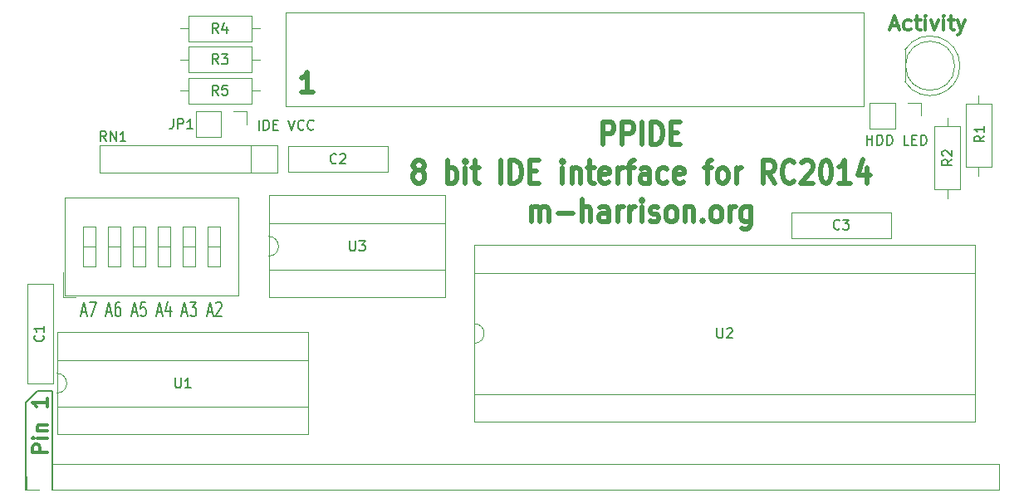
<source format=gto>
G04 #@! TF.FileFunction,Legend,Top*
%FSLAX46Y46*%
G04 Gerber Fmt 4.6, Leading zero omitted, Abs format (unit mm)*
G04 Created by KiCad (PCBNEW 4.0.5) date 09/23/17 21:45:55*
%MOMM*%
%LPD*%
G01*
G04 APERTURE LIST*
%ADD10C,0.100000*%
%ADD11C,0.150000*%
%ADD12C,0.500000*%
%ADD13C,0.200000*%
%ADD14C,0.300000*%
%ADD15C,0.120000*%
G04 APERTURE END LIST*
D10*
D11*
X239927190Y-117927381D02*
X239927190Y-116927381D01*
X239927190Y-117403571D02*
X240498619Y-117403571D01*
X240498619Y-117927381D02*
X240498619Y-116927381D01*
X240974809Y-117927381D02*
X240974809Y-116927381D01*
X241212904Y-116927381D01*
X241355762Y-116975000D01*
X241451000Y-117070238D01*
X241498619Y-117165476D01*
X241546238Y-117355952D01*
X241546238Y-117498810D01*
X241498619Y-117689286D01*
X241451000Y-117784524D01*
X241355762Y-117879762D01*
X241212904Y-117927381D01*
X240974809Y-117927381D01*
X241974809Y-117927381D02*
X241974809Y-116927381D01*
X242212904Y-116927381D01*
X242355762Y-116975000D01*
X242451000Y-117070238D01*
X242498619Y-117165476D01*
X242546238Y-117355952D01*
X242546238Y-117498810D01*
X242498619Y-117689286D01*
X242451000Y-117784524D01*
X242355762Y-117879762D01*
X242212904Y-117927381D01*
X241974809Y-117927381D01*
X244212905Y-117927381D02*
X243736714Y-117927381D01*
X243736714Y-116927381D01*
X244546238Y-117403571D02*
X244879572Y-117403571D01*
X245022429Y-117927381D02*
X244546238Y-117927381D01*
X244546238Y-116927381D01*
X245022429Y-116927381D01*
X245451000Y-117927381D02*
X245451000Y-116927381D01*
X245689095Y-116927381D01*
X245831953Y-116975000D01*
X245927191Y-117070238D01*
X245974810Y-117165476D01*
X246022429Y-117355952D01*
X246022429Y-117498810D01*
X245974810Y-117689286D01*
X245927191Y-117784524D01*
X245831953Y-117879762D01*
X245689095Y-117927381D01*
X245451000Y-117927381D01*
D12*
X213011238Y-117867476D02*
X213011238Y-115567476D01*
X213773143Y-115567476D01*
X213963619Y-115677000D01*
X214058858Y-115786524D01*
X214154096Y-116005571D01*
X214154096Y-116334143D01*
X214058858Y-116553190D01*
X213963619Y-116662714D01*
X213773143Y-116772238D01*
X213011238Y-116772238D01*
X215011238Y-117867476D02*
X215011238Y-115567476D01*
X215773143Y-115567476D01*
X215963619Y-115677000D01*
X216058858Y-115786524D01*
X216154096Y-116005571D01*
X216154096Y-116334143D01*
X216058858Y-116553190D01*
X215963619Y-116662714D01*
X215773143Y-116772238D01*
X215011238Y-116772238D01*
X217011238Y-117867476D02*
X217011238Y-115567476D01*
X217963619Y-117867476D02*
X217963619Y-115567476D01*
X218439810Y-115567476D01*
X218725524Y-115677000D01*
X218916000Y-115896048D01*
X219011239Y-116115095D01*
X219106477Y-116553190D01*
X219106477Y-116881762D01*
X219011239Y-117319857D01*
X218916000Y-117538905D01*
X218725524Y-117757952D01*
X218439810Y-117867476D01*
X217963619Y-117867476D01*
X219963619Y-116662714D02*
X220630286Y-116662714D01*
X220916000Y-117867476D02*
X219963619Y-117867476D01*
X219963619Y-115567476D01*
X220916000Y-115567476D01*
X194058856Y-120503190D02*
X193868380Y-120393667D01*
X193773141Y-120284143D01*
X193677903Y-120065095D01*
X193677903Y-119955571D01*
X193773141Y-119736524D01*
X193868380Y-119627000D01*
X194058856Y-119517476D01*
X194439808Y-119517476D01*
X194630284Y-119627000D01*
X194725522Y-119736524D01*
X194820761Y-119955571D01*
X194820761Y-120065095D01*
X194725522Y-120284143D01*
X194630284Y-120393667D01*
X194439808Y-120503190D01*
X194058856Y-120503190D01*
X193868380Y-120612714D01*
X193773141Y-120722238D01*
X193677903Y-120941286D01*
X193677903Y-121379381D01*
X193773141Y-121598429D01*
X193868380Y-121707952D01*
X194058856Y-121817476D01*
X194439808Y-121817476D01*
X194630284Y-121707952D01*
X194725522Y-121598429D01*
X194820761Y-121379381D01*
X194820761Y-120941286D01*
X194725522Y-120722238D01*
X194630284Y-120612714D01*
X194439808Y-120503190D01*
X197201713Y-121817476D02*
X197201713Y-119517476D01*
X197201713Y-120393667D02*
X197392190Y-120284143D01*
X197773142Y-120284143D01*
X197963618Y-120393667D01*
X198058856Y-120503190D01*
X198154094Y-120722238D01*
X198154094Y-121379381D01*
X198058856Y-121598429D01*
X197963618Y-121707952D01*
X197773142Y-121817476D01*
X197392190Y-121817476D01*
X197201713Y-121707952D01*
X199011237Y-121817476D02*
X199011237Y-120284143D01*
X199011237Y-119517476D02*
X198915999Y-119627000D01*
X199011237Y-119736524D01*
X199106476Y-119627000D01*
X199011237Y-119517476D01*
X199011237Y-119736524D01*
X199677904Y-120284143D02*
X200439809Y-120284143D01*
X199963618Y-119517476D02*
X199963618Y-121488905D01*
X200058857Y-121707952D01*
X200249333Y-121817476D01*
X200439809Y-121817476D01*
X202630285Y-121817476D02*
X202630285Y-119517476D01*
X203582666Y-121817476D02*
X203582666Y-119517476D01*
X204058857Y-119517476D01*
X204344571Y-119627000D01*
X204535047Y-119846048D01*
X204630286Y-120065095D01*
X204725524Y-120503190D01*
X204725524Y-120831762D01*
X204630286Y-121269857D01*
X204535047Y-121488905D01*
X204344571Y-121707952D01*
X204058857Y-121817476D01*
X203582666Y-121817476D01*
X205582666Y-120612714D02*
X206249333Y-120612714D01*
X206535047Y-121817476D02*
X205582666Y-121817476D01*
X205582666Y-119517476D01*
X206535047Y-119517476D01*
X208916000Y-121817476D02*
X208916000Y-120284143D01*
X208916000Y-119517476D02*
X208820762Y-119627000D01*
X208916000Y-119736524D01*
X209011239Y-119627000D01*
X208916000Y-119517476D01*
X208916000Y-119736524D01*
X209868381Y-120284143D02*
X209868381Y-121817476D01*
X209868381Y-120503190D02*
X209963620Y-120393667D01*
X210154096Y-120284143D01*
X210439810Y-120284143D01*
X210630286Y-120393667D01*
X210725524Y-120612714D01*
X210725524Y-121817476D01*
X211392191Y-120284143D02*
X212154096Y-120284143D01*
X211677905Y-119517476D02*
X211677905Y-121488905D01*
X211773144Y-121707952D01*
X211963620Y-121817476D01*
X212154096Y-121817476D01*
X213582667Y-121707952D02*
X213392191Y-121817476D01*
X213011239Y-121817476D01*
X212820762Y-121707952D01*
X212725524Y-121488905D01*
X212725524Y-120612714D01*
X212820762Y-120393667D01*
X213011239Y-120284143D01*
X213392191Y-120284143D01*
X213582667Y-120393667D01*
X213677905Y-120612714D01*
X213677905Y-120831762D01*
X212725524Y-121050810D01*
X214535048Y-121817476D02*
X214535048Y-120284143D01*
X214535048Y-120722238D02*
X214630287Y-120503190D01*
X214725525Y-120393667D01*
X214916001Y-120284143D01*
X215106477Y-120284143D01*
X215487429Y-120284143D02*
X216249334Y-120284143D01*
X215773143Y-121817476D02*
X215773143Y-119846048D01*
X215868382Y-119627000D01*
X216058858Y-119517476D01*
X216249334Y-119517476D01*
X217773143Y-121817476D02*
X217773143Y-120612714D01*
X217677905Y-120393667D01*
X217487429Y-120284143D01*
X217106477Y-120284143D01*
X216916000Y-120393667D01*
X217773143Y-121707952D02*
X217582667Y-121817476D01*
X217106477Y-121817476D01*
X216916000Y-121707952D01*
X216820762Y-121488905D01*
X216820762Y-121269857D01*
X216916000Y-121050810D01*
X217106477Y-120941286D01*
X217582667Y-120941286D01*
X217773143Y-120831762D01*
X219582667Y-121707952D02*
X219392191Y-121817476D01*
X219011239Y-121817476D01*
X218820763Y-121707952D01*
X218725524Y-121598429D01*
X218630286Y-121379381D01*
X218630286Y-120722238D01*
X218725524Y-120503190D01*
X218820763Y-120393667D01*
X219011239Y-120284143D01*
X219392191Y-120284143D01*
X219582667Y-120393667D01*
X221201715Y-121707952D02*
X221011239Y-121817476D01*
X220630287Y-121817476D01*
X220439810Y-121707952D01*
X220344572Y-121488905D01*
X220344572Y-120612714D01*
X220439810Y-120393667D01*
X220630287Y-120284143D01*
X221011239Y-120284143D01*
X221201715Y-120393667D01*
X221296953Y-120612714D01*
X221296953Y-120831762D01*
X220344572Y-121050810D01*
X223392192Y-120284143D02*
X224154097Y-120284143D01*
X223677906Y-121817476D02*
X223677906Y-119846048D01*
X223773145Y-119627000D01*
X223963621Y-119517476D01*
X224154097Y-119517476D01*
X225106478Y-121817476D02*
X224916002Y-121707952D01*
X224820763Y-121598429D01*
X224725525Y-121379381D01*
X224725525Y-120722238D01*
X224820763Y-120503190D01*
X224916002Y-120393667D01*
X225106478Y-120284143D01*
X225392192Y-120284143D01*
X225582668Y-120393667D01*
X225677906Y-120503190D01*
X225773144Y-120722238D01*
X225773144Y-121379381D01*
X225677906Y-121598429D01*
X225582668Y-121707952D01*
X225392192Y-121817476D01*
X225106478Y-121817476D01*
X226630287Y-121817476D02*
X226630287Y-120284143D01*
X226630287Y-120722238D02*
X226725526Y-120503190D01*
X226820764Y-120393667D01*
X227011240Y-120284143D01*
X227201716Y-120284143D01*
X230535050Y-121817476D02*
X229868383Y-120722238D01*
X229392192Y-121817476D02*
X229392192Y-119517476D01*
X230154097Y-119517476D01*
X230344573Y-119627000D01*
X230439812Y-119736524D01*
X230535050Y-119955571D01*
X230535050Y-120284143D01*
X230439812Y-120503190D01*
X230344573Y-120612714D01*
X230154097Y-120722238D01*
X229392192Y-120722238D01*
X232535050Y-121598429D02*
X232439812Y-121707952D01*
X232154097Y-121817476D01*
X231963621Y-121817476D01*
X231677907Y-121707952D01*
X231487431Y-121488905D01*
X231392192Y-121269857D01*
X231296954Y-120831762D01*
X231296954Y-120503190D01*
X231392192Y-120065095D01*
X231487431Y-119846048D01*
X231677907Y-119627000D01*
X231963621Y-119517476D01*
X232154097Y-119517476D01*
X232439812Y-119627000D01*
X232535050Y-119736524D01*
X233296954Y-119736524D02*
X233392192Y-119627000D01*
X233582669Y-119517476D01*
X234058859Y-119517476D01*
X234249335Y-119627000D01*
X234344573Y-119736524D01*
X234439812Y-119955571D01*
X234439812Y-120174619D01*
X234344573Y-120503190D01*
X233201716Y-121817476D01*
X234439812Y-121817476D01*
X235677907Y-119517476D02*
X235868383Y-119517476D01*
X236058859Y-119627000D01*
X236154097Y-119736524D01*
X236249335Y-119955571D01*
X236344574Y-120393667D01*
X236344574Y-120941286D01*
X236249335Y-121379381D01*
X236154097Y-121598429D01*
X236058859Y-121707952D01*
X235868383Y-121817476D01*
X235677907Y-121817476D01*
X235487431Y-121707952D01*
X235392193Y-121598429D01*
X235296954Y-121379381D01*
X235201716Y-120941286D01*
X235201716Y-120393667D01*
X235296954Y-119955571D01*
X235392193Y-119736524D01*
X235487431Y-119627000D01*
X235677907Y-119517476D01*
X238249336Y-121817476D02*
X237106478Y-121817476D01*
X237677907Y-121817476D02*
X237677907Y-119517476D01*
X237487431Y-119846048D01*
X237296955Y-120065095D01*
X237106478Y-120174619D01*
X239963621Y-120284143D02*
X239963621Y-121817476D01*
X239487431Y-119407952D02*
X239011240Y-121050810D01*
X240249336Y-121050810D01*
X205773142Y-125767476D02*
X205773142Y-124234143D01*
X205773142Y-124453190D02*
X205868381Y-124343667D01*
X206058857Y-124234143D01*
X206344571Y-124234143D01*
X206535047Y-124343667D01*
X206630285Y-124562714D01*
X206630285Y-125767476D01*
X206630285Y-124562714D02*
X206725523Y-124343667D01*
X206916000Y-124234143D01*
X207201714Y-124234143D01*
X207392190Y-124343667D01*
X207487428Y-124562714D01*
X207487428Y-125767476D01*
X208439809Y-124891286D02*
X209963619Y-124891286D01*
X210915999Y-125767476D02*
X210915999Y-123467476D01*
X211773142Y-125767476D02*
X211773142Y-124562714D01*
X211677904Y-124343667D01*
X211487428Y-124234143D01*
X211201714Y-124234143D01*
X211011238Y-124343667D01*
X210915999Y-124453190D01*
X213582666Y-125767476D02*
X213582666Y-124562714D01*
X213487428Y-124343667D01*
X213296952Y-124234143D01*
X212916000Y-124234143D01*
X212725523Y-124343667D01*
X213582666Y-125657952D02*
X213392190Y-125767476D01*
X212916000Y-125767476D01*
X212725523Y-125657952D01*
X212630285Y-125438905D01*
X212630285Y-125219857D01*
X212725523Y-125000810D01*
X212916000Y-124891286D01*
X213392190Y-124891286D01*
X213582666Y-124781762D01*
X214535047Y-125767476D02*
X214535047Y-124234143D01*
X214535047Y-124672238D02*
X214630286Y-124453190D01*
X214725524Y-124343667D01*
X214916000Y-124234143D01*
X215106476Y-124234143D01*
X215773142Y-125767476D02*
X215773142Y-124234143D01*
X215773142Y-124672238D02*
X215868381Y-124453190D01*
X215963619Y-124343667D01*
X216154095Y-124234143D01*
X216344571Y-124234143D01*
X217011237Y-125767476D02*
X217011237Y-124234143D01*
X217011237Y-123467476D02*
X216915999Y-123577000D01*
X217011237Y-123686524D01*
X217106476Y-123577000D01*
X217011237Y-123467476D01*
X217011237Y-123686524D01*
X217868380Y-125657952D02*
X218058857Y-125767476D01*
X218439809Y-125767476D01*
X218630285Y-125657952D01*
X218725523Y-125438905D01*
X218725523Y-125329381D01*
X218630285Y-125110333D01*
X218439809Y-125000810D01*
X218154095Y-125000810D01*
X217963618Y-124891286D01*
X217868380Y-124672238D01*
X217868380Y-124562714D01*
X217963618Y-124343667D01*
X218154095Y-124234143D01*
X218439809Y-124234143D01*
X218630285Y-124343667D01*
X219868381Y-125767476D02*
X219677905Y-125657952D01*
X219582666Y-125548429D01*
X219487428Y-125329381D01*
X219487428Y-124672238D01*
X219582666Y-124453190D01*
X219677905Y-124343667D01*
X219868381Y-124234143D01*
X220154095Y-124234143D01*
X220344571Y-124343667D01*
X220439809Y-124453190D01*
X220535047Y-124672238D01*
X220535047Y-125329381D01*
X220439809Y-125548429D01*
X220344571Y-125657952D01*
X220154095Y-125767476D01*
X219868381Y-125767476D01*
X221392190Y-124234143D02*
X221392190Y-125767476D01*
X221392190Y-124453190D02*
X221487429Y-124343667D01*
X221677905Y-124234143D01*
X221963619Y-124234143D01*
X222154095Y-124343667D01*
X222249333Y-124562714D01*
X222249333Y-125767476D01*
X223201714Y-125548429D02*
X223296953Y-125657952D01*
X223201714Y-125767476D01*
X223106476Y-125657952D01*
X223201714Y-125548429D01*
X223201714Y-125767476D01*
X224439810Y-125767476D02*
X224249334Y-125657952D01*
X224154095Y-125548429D01*
X224058857Y-125329381D01*
X224058857Y-124672238D01*
X224154095Y-124453190D01*
X224249334Y-124343667D01*
X224439810Y-124234143D01*
X224725524Y-124234143D01*
X224916000Y-124343667D01*
X225011238Y-124453190D01*
X225106476Y-124672238D01*
X225106476Y-125329381D01*
X225011238Y-125548429D01*
X224916000Y-125657952D01*
X224725524Y-125767476D01*
X224439810Y-125767476D01*
X225963619Y-125767476D02*
X225963619Y-124234143D01*
X225963619Y-124672238D02*
X226058858Y-124453190D01*
X226154096Y-124343667D01*
X226344572Y-124234143D01*
X226535048Y-124234143D01*
X228058857Y-124234143D02*
X228058857Y-126096048D01*
X227963619Y-126315095D01*
X227868381Y-126424619D01*
X227677905Y-126534143D01*
X227392191Y-126534143D01*
X227201714Y-126424619D01*
X228058857Y-125657952D02*
X227868381Y-125767476D01*
X227487429Y-125767476D01*
X227296953Y-125657952D01*
X227201714Y-125548429D01*
X227106476Y-125329381D01*
X227106476Y-124672238D01*
X227201714Y-124453190D01*
X227296953Y-124343667D01*
X227487429Y-124234143D01*
X227868381Y-124234143D01*
X228058857Y-124343667D01*
D13*
X159862142Y-134997000D02*
X160338333Y-134997000D01*
X159766904Y-135425571D02*
X160100237Y-133925571D01*
X160433571Y-135425571D01*
X160671666Y-133925571D02*
X161338333Y-133925571D01*
X160909761Y-135425571D01*
X162433571Y-134997000D02*
X162909762Y-134997000D01*
X162338333Y-135425571D02*
X162671666Y-133925571D01*
X163005000Y-135425571D01*
X163766905Y-133925571D02*
X163576428Y-133925571D01*
X163481190Y-133997000D01*
X163433571Y-134068429D01*
X163338333Y-134282714D01*
X163290714Y-134568429D01*
X163290714Y-135139857D01*
X163338333Y-135282714D01*
X163385952Y-135354143D01*
X163481190Y-135425571D01*
X163671667Y-135425571D01*
X163766905Y-135354143D01*
X163814524Y-135282714D01*
X163862143Y-135139857D01*
X163862143Y-134782714D01*
X163814524Y-134639857D01*
X163766905Y-134568429D01*
X163671667Y-134497000D01*
X163481190Y-134497000D01*
X163385952Y-134568429D01*
X163338333Y-134639857D01*
X163290714Y-134782714D01*
X165005000Y-134997000D02*
X165481191Y-134997000D01*
X164909762Y-135425571D02*
X165243095Y-133925571D01*
X165576429Y-135425571D01*
X166385953Y-133925571D02*
X165909762Y-133925571D01*
X165862143Y-134639857D01*
X165909762Y-134568429D01*
X166005000Y-134497000D01*
X166243096Y-134497000D01*
X166338334Y-134568429D01*
X166385953Y-134639857D01*
X166433572Y-134782714D01*
X166433572Y-135139857D01*
X166385953Y-135282714D01*
X166338334Y-135354143D01*
X166243096Y-135425571D01*
X166005000Y-135425571D01*
X165909762Y-135354143D01*
X165862143Y-135282714D01*
X167576429Y-134997000D02*
X168052620Y-134997000D01*
X167481191Y-135425571D02*
X167814524Y-133925571D01*
X168147858Y-135425571D01*
X168909763Y-134425571D02*
X168909763Y-135425571D01*
X168671667Y-133854143D02*
X168433572Y-134925571D01*
X169052620Y-134925571D01*
X170147858Y-134997000D02*
X170624049Y-134997000D01*
X170052620Y-135425571D02*
X170385953Y-133925571D01*
X170719287Y-135425571D01*
X170957382Y-133925571D02*
X171576430Y-133925571D01*
X171243096Y-134497000D01*
X171385954Y-134497000D01*
X171481192Y-134568429D01*
X171528811Y-134639857D01*
X171576430Y-134782714D01*
X171576430Y-135139857D01*
X171528811Y-135282714D01*
X171481192Y-135354143D01*
X171385954Y-135425571D01*
X171100239Y-135425571D01*
X171005001Y-135354143D01*
X170957382Y-135282714D01*
X172719287Y-134997000D02*
X173195478Y-134997000D01*
X172624049Y-135425571D02*
X172957382Y-133925571D01*
X173290716Y-135425571D01*
X173576430Y-134068429D02*
X173624049Y-133997000D01*
X173719287Y-133925571D01*
X173957383Y-133925571D01*
X174052621Y-133997000D01*
X174100240Y-134068429D01*
X174147859Y-134211286D01*
X174147859Y-134354143D01*
X174100240Y-134568429D01*
X173528811Y-135425571D01*
X174147859Y-135425571D01*
D14*
X242411714Y-105787000D02*
X243126000Y-105787000D01*
X242268857Y-106215571D02*
X242768857Y-104715571D01*
X243268857Y-106215571D01*
X244411714Y-106144143D02*
X244268857Y-106215571D01*
X243983143Y-106215571D01*
X243840285Y-106144143D01*
X243768857Y-106072714D01*
X243697428Y-105929857D01*
X243697428Y-105501286D01*
X243768857Y-105358429D01*
X243840285Y-105287000D01*
X243983143Y-105215571D01*
X244268857Y-105215571D01*
X244411714Y-105287000D01*
X244840285Y-105215571D02*
X245411714Y-105215571D01*
X245054571Y-104715571D02*
X245054571Y-106001286D01*
X245125999Y-106144143D01*
X245268857Y-106215571D01*
X245411714Y-106215571D01*
X245911714Y-106215571D02*
X245911714Y-105215571D01*
X245911714Y-104715571D02*
X245840285Y-104787000D01*
X245911714Y-104858429D01*
X245983142Y-104787000D01*
X245911714Y-104715571D01*
X245911714Y-104858429D01*
X246483143Y-105215571D02*
X246840286Y-106215571D01*
X247197428Y-105215571D01*
X247768857Y-106215571D02*
X247768857Y-105215571D01*
X247768857Y-104715571D02*
X247697428Y-104787000D01*
X247768857Y-104858429D01*
X247840285Y-104787000D01*
X247768857Y-104715571D01*
X247768857Y-104858429D01*
X248268857Y-105215571D02*
X248840286Y-105215571D01*
X248483143Y-104715571D02*
X248483143Y-106001286D01*
X248554571Y-106144143D01*
X248697429Y-106215571D01*
X248840286Y-106215571D01*
X249197429Y-105215571D02*
X249554572Y-106215571D01*
X249911714Y-105215571D02*
X249554572Y-106215571D01*
X249411714Y-106572714D01*
X249340286Y-106644143D01*
X249197429Y-106715571D01*
X156360251Y-149315465D02*
X154860251Y-149315465D01*
X154860251Y-148744037D01*
X154931680Y-148601179D01*
X155003109Y-148529751D01*
X155145966Y-148458322D01*
X155360251Y-148458322D01*
X155503109Y-148529751D01*
X155574537Y-148601179D01*
X155645966Y-148744037D01*
X155645966Y-149315465D01*
X156360251Y-147815465D02*
X155360251Y-147815465D01*
X154860251Y-147815465D02*
X154931680Y-147886894D01*
X155003109Y-147815465D01*
X154931680Y-147744037D01*
X154860251Y-147815465D01*
X155003109Y-147815465D01*
X155360251Y-147101179D02*
X156360251Y-147101179D01*
X155503109Y-147101179D02*
X155431680Y-147029751D01*
X155360251Y-146886893D01*
X155360251Y-146672608D01*
X155431680Y-146529751D01*
X155574537Y-146458322D01*
X156360251Y-146458322D01*
X156360251Y-143815465D02*
X156360251Y-144672608D01*
X156360251Y-144244036D02*
X154860251Y-144244036D01*
X155074537Y-144386893D01*
X155217394Y-144529751D01*
X155288823Y-144672608D01*
D13*
X156895800Y-153131520D02*
X156931360Y-153131520D01*
X156895800Y-143019780D02*
X156895800Y-153131520D01*
X155326080Y-143019780D02*
X156895800Y-143019780D01*
X154144980Y-144200880D02*
X155326080Y-143019780D01*
X154144980Y-153131520D02*
X154144980Y-144200880D01*
D15*
X199905000Y-138160000D02*
X199905000Y-143340000D01*
X199905000Y-143340000D02*
X250945000Y-143340000D01*
X250945000Y-143340000D02*
X250945000Y-130980000D01*
X250945000Y-130980000D02*
X199905000Y-130980000D01*
X199905000Y-130980000D02*
X199905000Y-136160000D01*
X199905000Y-146170000D02*
X250945000Y-146170000D01*
X250945000Y-146170000D02*
X250945000Y-128150000D01*
X250945000Y-128150000D02*
X199905000Y-128150000D01*
X199905000Y-128150000D02*
X199905000Y-146170000D01*
X199905000Y-136160000D02*
G75*
G02X199905000Y-138160000I0J-1000000D01*
G01*
X157975000Y-133480000D02*
X159245000Y-133480000D01*
X157975000Y-133480000D02*
X157975000Y-130940000D01*
X158175000Y-133280000D02*
X158175000Y-123260000D01*
X158175000Y-123260000D02*
X175835000Y-123260000D01*
X175835000Y-123260000D02*
X175835000Y-133280000D01*
X175835000Y-133280000D02*
X158175000Y-133280000D01*
X160020000Y-130300000D02*
X161290000Y-130300000D01*
X161290000Y-130300000D02*
X161290000Y-126240000D01*
X161290000Y-126240000D02*
X160020000Y-126240000D01*
X160020000Y-126240000D02*
X160020000Y-130300000D01*
X160020000Y-128270000D02*
X161290000Y-128270000D01*
X162560000Y-130300000D02*
X163830000Y-130300000D01*
X163830000Y-130300000D02*
X163830000Y-126240000D01*
X163830000Y-126240000D02*
X162560000Y-126240000D01*
X162560000Y-126240000D02*
X162560000Y-130300000D01*
X162560000Y-128270000D02*
X163830000Y-128270000D01*
X165100000Y-130300000D02*
X166370000Y-130300000D01*
X166370000Y-130300000D02*
X166370000Y-126240000D01*
X166370000Y-126240000D02*
X165100000Y-126240000D01*
X165100000Y-126240000D02*
X165100000Y-130300000D01*
X165100000Y-128270000D02*
X166370000Y-128270000D01*
X167640000Y-130300000D02*
X168910000Y-130300000D01*
X168910000Y-130300000D02*
X168910000Y-126240000D01*
X168910000Y-126240000D02*
X167640000Y-126240000D01*
X167640000Y-126240000D02*
X167640000Y-130300000D01*
X167640000Y-128270000D02*
X168910000Y-128270000D01*
X170180000Y-130300000D02*
X171450000Y-130300000D01*
X171450000Y-130300000D02*
X171450000Y-126240000D01*
X171450000Y-126240000D02*
X170180000Y-126240000D01*
X170180000Y-126240000D02*
X170180000Y-130300000D01*
X170180000Y-128270000D02*
X171450000Y-128270000D01*
X172720000Y-130300000D02*
X173990000Y-130300000D01*
X173990000Y-130300000D02*
X173990000Y-126240000D01*
X173990000Y-126240000D02*
X172720000Y-126240000D01*
X172720000Y-126240000D02*
X172720000Y-130300000D01*
X172720000Y-128270000D02*
X173990000Y-128270000D01*
X154392000Y-142260000D02*
X154392000Y-132140000D01*
X157012000Y-142260000D02*
X157012000Y-132140000D01*
X154392000Y-142260000D02*
X157012000Y-142260000D01*
X154392000Y-132140000D02*
X157012000Y-132140000D01*
X180955000Y-118070000D02*
X191075000Y-118070000D01*
X180955000Y-120690000D02*
X191075000Y-120690000D01*
X180955000Y-118070000D02*
X180955000Y-120690000D01*
X191075000Y-118070000D02*
X191075000Y-120690000D01*
X232263000Y-124801000D02*
X242383000Y-124801000D01*
X232263000Y-127421000D02*
X242383000Y-127421000D01*
X232263000Y-124801000D02*
X232263000Y-127421000D01*
X242383000Y-124801000D02*
X242383000Y-127421000D01*
X249419999Y-109856958D02*
G75*
G03X243820000Y-108215488I-3039999J1958D01*
G01*
X249419999Y-109853042D02*
G75*
G02X243820000Y-111494512I-3039999J-1958D01*
G01*
X248880000Y-109855000D02*
G75*
G03X248880000Y-109855000I-2500000J0D01*
G01*
X243820000Y-108215000D02*
X243820000Y-111495000D01*
X253425000Y-153095000D02*
X253425000Y-150435000D01*
X156845000Y-153095000D02*
X253425000Y-153095000D01*
X156845000Y-150435000D02*
X253425000Y-150435000D01*
X156845000Y-153095000D02*
X156845000Y-150435000D01*
X155575000Y-153095000D02*
X154245000Y-153095000D01*
X154245000Y-153095000D02*
X154245000Y-151765000D01*
X180725000Y-104420000D02*
X239645000Y-104420000D01*
X239645000Y-104420000D02*
X239645000Y-114020000D01*
X239645000Y-114020000D02*
X180725000Y-114020000D01*
X180725000Y-114020000D02*
X180725000Y-104420000D01*
X252643000Y-113757000D02*
X250023000Y-113757000D01*
X250023000Y-113757000D02*
X250023000Y-120177000D01*
X250023000Y-120177000D02*
X252643000Y-120177000D01*
X252643000Y-120177000D02*
X252643000Y-113757000D01*
X251333000Y-112867000D02*
X251333000Y-113757000D01*
X251333000Y-121067000D02*
X251333000Y-120177000D01*
X249468000Y-116043000D02*
X246848000Y-116043000D01*
X246848000Y-116043000D02*
X246848000Y-122463000D01*
X246848000Y-122463000D02*
X249468000Y-122463000D01*
X249468000Y-122463000D02*
X249468000Y-116043000D01*
X248158000Y-115153000D02*
X248158000Y-116043000D01*
X248158000Y-123353000D02*
X248158000Y-122463000D01*
X170780000Y-107910000D02*
X170780000Y-110530000D01*
X170780000Y-110530000D02*
X177200000Y-110530000D01*
X177200000Y-110530000D02*
X177200000Y-107910000D01*
X177200000Y-107910000D02*
X170780000Y-107910000D01*
X169890000Y-109220000D02*
X170780000Y-109220000D01*
X178090000Y-109220000D02*
X177200000Y-109220000D01*
X170780000Y-104735000D02*
X170780000Y-107355000D01*
X170780000Y-107355000D02*
X177200000Y-107355000D01*
X177200000Y-107355000D02*
X177200000Y-104735000D01*
X177200000Y-104735000D02*
X170780000Y-104735000D01*
X169890000Y-106045000D02*
X170780000Y-106045000D01*
X178090000Y-106045000D02*
X177200000Y-106045000D01*
X179875000Y-120780000D02*
X179875000Y-117980000D01*
X179875000Y-117980000D02*
X161755000Y-117980000D01*
X161755000Y-117980000D02*
X161755000Y-120780000D01*
X161755000Y-120780000D02*
X179875000Y-120780000D01*
X177165000Y-120780000D02*
X177165000Y-117980000D01*
X157360000Y-143240000D02*
X157360000Y-144610000D01*
X157360000Y-144610000D02*
X183000000Y-144610000D01*
X183000000Y-144610000D02*
X183000000Y-139870000D01*
X183000000Y-139870000D02*
X157360000Y-139870000D01*
X157360000Y-139870000D02*
X157360000Y-141240000D01*
X157360000Y-147440000D02*
X183000000Y-147440000D01*
X183000000Y-147440000D02*
X183000000Y-137040000D01*
X183000000Y-137040000D02*
X157360000Y-137040000D01*
X157360000Y-137040000D02*
X157360000Y-147440000D01*
X157360000Y-141240000D02*
G75*
G02X157360000Y-143240000I0J-1000000D01*
G01*
X178950000Y-129270000D02*
X178950000Y-130640000D01*
X178950000Y-130640000D02*
X196970000Y-130640000D01*
X196970000Y-130640000D02*
X196970000Y-125900000D01*
X196970000Y-125900000D02*
X178950000Y-125900000D01*
X178950000Y-125900000D02*
X178950000Y-127270000D01*
X178950000Y-133470000D02*
X196970000Y-133470000D01*
X196970000Y-133470000D02*
X196970000Y-123070000D01*
X196970000Y-123070000D02*
X178950000Y-123070000D01*
X178950000Y-123070000D02*
X178950000Y-133470000D01*
X178950000Y-127270000D02*
G75*
G02X178950000Y-129270000I0J-1000000D01*
G01*
X171517000Y-114494000D02*
X171517000Y-117154000D01*
X174117000Y-114494000D02*
X171517000Y-114494000D01*
X174117000Y-117154000D02*
X171517000Y-117154000D01*
X174117000Y-114494000D02*
X174117000Y-117154000D01*
X175387000Y-114494000D02*
X176717000Y-114494000D01*
X176717000Y-114494000D02*
X176717000Y-115824000D01*
X240224000Y-113605000D02*
X240224000Y-116265000D01*
X242824000Y-113605000D02*
X240224000Y-113605000D01*
X242824000Y-116265000D02*
X240224000Y-116265000D01*
X242824000Y-113605000D02*
X242824000Y-116265000D01*
X244094000Y-113605000D02*
X245424000Y-113605000D01*
X245424000Y-113605000D02*
X245424000Y-114935000D01*
X170780000Y-111085000D02*
X170780000Y-113705000D01*
X170780000Y-113705000D02*
X177200000Y-113705000D01*
X177200000Y-113705000D02*
X177200000Y-111085000D01*
X177200000Y-111085000D02*
X170780000Y-111085000D01*
X169890000Y-112395000D02*
X170780000Y-112395000D01*
X178090000Y-112395000D02*
X177200000Y-112395000D01*
D11*
X224663095Y-136612381D02*
X224663095Y-137421905D01*
X224710714Y-137517143D01*
X224758333Y-137564762D01*
X224853571Y-137612381D01*
X225044048Y-137612381D01*
X225139286Y-137564762D01*
X225186905Y-137517143D01*
X225234524Y-137421905D01*
X225234524Y-136612381D01*
X225663095Y-136707619D02*
X225710714Y-136660000D01*
X225805952Y-136612381D01*
X226044048Y-136612381D01*
X226139286Y-136660000D01*
X226186905Y-136707619D01*
X226234524Y-136802857D01*
X226234524Y-136898095D01*
X226186905Y-137040952D01*
X225615476Y-137612381D01*
X226234524Y-137612381D01*
X155932143Y-137366666D02*
X155979762Y-137414285D01*
X156027381Y-137557142D01*
X156027381Y-137652380D01*
X155979762Y-137795238D01*
X155884524Y-137890476D01*
X155789286Y-137938095D01*
X155598810Y-137985714D01*
X155455952Y-137985714D01*
X155265476Y-137938095D01*
X155170238Y-137890476D01*
X155075000Y-137795238D01*
X155027381Y-137652380D01*
X155027381Y-137557142D01*
X155075000Y-137414285D01*
X155122619Y-137366666D01*
X156027381Y-136414285D02*
X156027381Y-136985714D01*
X156027381Y-136700000D02*
X155027381Y-136700000D01*
X155170238Y-136795238D01*
X155265476Y-136890476D01*
X155313095Y-136985714D01*
X185848334Y-119737143D02*
X185800715Y-119784762D01*
X185657858Y-119832381D01*
X185562620Y-119832381D01*
X185419762Y-119784762D01*
X185324524Y-119689524D01*
X185276905Y-119594286D01*
X185229286Y-119403810D01*
X185229286Y-119260952D01*
X185276905Y-119070476D01*
X185324524Y-118975238D01*
X185419762Y-118880000D01*
X185562620Y-118832381D01*
X185657858Y-118832381D01*
X185800715Y-118880000D01*
X185848334Y-118927619D01*
X186229286Y-118927619D02*
X186276905Y-118880000D01*
X186372143Y-118832381D01*
X186610239Y-118832381D01*
X186705477Y-118880000D01*
X186753096Y-118927619D01*
X186800715Y-119022857D01*
X186800715Y-119118095D01*
X186753096Y-119260952D01*
X186181667Y-119832381D01*
X186800715Y-119832381D01*
X237156334Y-126468143D02*
X237108715Y-126515762D01*
X236965858Y-126563381D01*
X236870620Y-126563381D01*
X236727762Y-126515762D01*
X236632524Y-126420524D01*
X236584905Y-126325286D01*
X236537286Y-126134810D01*
X236537286Y-125991952D01*
X236584905Y-125801476D01*
X236632524Y-125706238D01*
X236727762Y-125611000D01*
X236870620Y-125563381D01*
X236965858Y-125563381D01*
X237108715Y-125611000D01*
X237156334Y-125658619D01*
X237489667Y-125563381D02*
X238108715Y-125563381D01*
X237775381Y-125944333D01*
X237918239Y-125944333D01*
X238013477Y-125991952D01*
X238061096Y-126039571D01*
X238108715Y-126134810D01*
X238108715Y-126372905D01*
X238061096Y-126468143D01*
X238013477Y-126515762D01*
X237918239Y-126563381D01*
X237632524Y-126563381D01*
X237537286Y-126515762D01*
X237489667Y-126468143D01*
D12*
X183451429Y-112537762D02*
X182308571Y-112537762D01*
X182880000Y-112537762D02*
X182880000Y-110537762D01*
X182689524Y-110823476D01*
X182499048Y-111013952D01*
X182308571Y-111109190D01*
D11*
X251912381Y-117006666D02*
X251436190Y-117340000D01*
X251912381Y-117578095D02*
X250912381Y-117578095D01*
X250912381Y-117197142D01*
X250960000Y-117101904D01*
X251007619Y-117054285D01*
X251102857Y-117006666D01*
X251245714Y-117006666D01*
X251340952Y-117054285D01*
X251388571Y-117101904D01*
X251436190Y-117197142D01*
X251436190Y-117578095D01*
X251912381Y-116054285D02*
X251912381Y-116625714D01*
X251912381Y-116340000D02*
X250912381Y-116340000D01*
X251055238Y-116435238D01*
X251150476Y-116530476D01*
X251198095Y-116625714D01*
X248610381Y-119419666D02*
X248134190Y-119753000D01*
X248610381Y-119991095D02*
X247610381Y-119991095D01*
X247610381Y-119610142D01*
X247658000Y-119514904D01*
X247705619Y-119467285D01*
X247800857Y-119419666D01*
X247943714Y-119419666D01*
X248038952Y-119467285D01*
X248086571Y-119514904D01*
X248134190Y-119610142D01*
X248134190Y-119991095D01*
X247705619Y-119038714D02*
X247658000Y-118991095D01*
X247610381Y-118895857D01*
X247610381Y-118657761D01*
X247658000Y-118562523D01*
X247705619Y-118514904D01*
X247800857Y-118467285D01*
X247896095Y-118467285D01*
X248038952Y-118514904D01*
X248610381Y-119086333D01*
X248610381Y-118467285D01*
X173823334Y-109672381D02*
X173490000Y-109196190D01*
X173251905Y-109672381D02*
X173251905Y-108672381D01*
X173632858Y-108672381D01*
X173728096Y-108720000D01*
X173775715Y-108767619D01*
X173823334Y-108862857D01*
X173823334Y-109005714D01*
X173775715Y-109100952D01*
X173728096Y-109148571D01*
X173632858Y-109196190D01*
X173251905Y-109196190D01*
X174156667Y-108672381D02*
X174775715Y-108672381D01*
X174442381Y-109053333D01*
X174585239Y-109053333D01*
X174680477Y-109100952D01*
X174728096Y-109148571D01*
X174775715Y-109243810D01*
X174775715Y-109481905D01*
X174728096Y-109577143D01*
X174680477Y-109624762D01*
X174585239Y-109672381D01*
X174299524Y-109672381D01*
X174204286Y-109624762D01*
X174156667Y-109577143D01*
X173823334Y-106497381D02*
X173490000Y-106021190D01*
X173251905Y-106497381D02*
X173251905Y-105497381D01*
X173632858Y-105497381D01*
X173728096Y-105545000D01*
X173775715Y-105592619D01*
X173823334Y-105687857D01*
X173823334Y-105830714D01*
X173775715Y-105925952D01*
X173728096Y-105973571D01*
X173632858Y-106021190D01*
X173251905Y-106021190D01*
X174680477Y-105830714D02*
X174680477Y-106497381D01*
X174442381Y-105449762D02*
X174204286Y-106164048D01*
X174823334Y-106164048D01*
X162377524Y-117546381D02*
X162044190Y-117070190D01*
X161806095Y-117546381D02*
X161806095Y-116546381D01*
X162187048Y-116546381D01*
X162282286Y-116594000D01*
X162329905Y-116641619D01*
X162377524Y-116736857D01*
X162377524Y-116879714D01*
X162329905Y-116974952D01*
X162282286Y-117022571D01*
X162187048Y-117070190D01*
X161806095Y-117070190D01*
X162806095Y-117546381D02*
X162806095Y-116546381D01*
X163377524Y-117546381D01*
X163377524Y-116546381D01*
X164377524Y-117546381D02*
X163806095Y-117546381D01*
X164091809Y-117546381D02*
X164091809Y-116546381D01*
X163996571Y-116689238D01*
X163901333Y-116784476D01*
X163806095Y-116832095D01*
X169418095Y-141692381D02*
X169418095Y-142501905D01*
X169465714Y-142597143D01*
X169513333Y-142644762D01*
X169608571Y-142692381D01*
X169799048Y-142692381D01*
X169894286Y-142644762D01*
X169941905Y-142597143D01*
X169989524Y-142501905D01*
X169989524Y-141692381D01*
X170989524Y-142692381D02*
X170418095Y-142692381D01*
X170703809Y-142692381D02*
X170703809Y-141692381D01*
X170608571Y-141835238D01*
X170513333Y-141930476D01*
X170418095Y-141978095D01*
X187198095Y-127722381D02*
X187198095Y-128531905D01*
X187245714Y-128627143D01*
X187293333Y-128674762D01*
X187388571Y-128722381D01*
X187579048Y-128722381D01*
X187674286Y-128674762D01*
X187721905Y-128627143D01*
X187769524Y-128531905D01*
X187769524Y-127722381D01*
X188150476Y-127722381D02*
X188769524Y-127722381D01*
X188436190Y-128103333D01*
X188579048Y-128103333D01*
X188674286Y-128150952D01*
X188721905Y-128198571D01*
X188769524Y-128293810D01*
X188769524Y-128531905D01*
X188721905Y-128627143D01*
X188674286Y-128674762D01*
X188579048Y-128722381D01*
X188293333Y-128722381D01*
X188198095Y-128674762D01*
X188150476Y-128627143D01*
X169219667Y-115276381D02*
X169219667Y-115990667D01*
X169172047Y-116133524D01*
X169076809Y-116228762D01*
X168933952Y-116276381D01*
X168838714Y-116276381D01*
X169695857Y-116276381D02*
X169695857Y-115276381D01*
X170076810Y-115276381D01*
X170172048Y-115324000D01*
X170219667Y-115371619D01*
X170267286Y-115466857D01*
X170267286Y-115609714D01*
X170219667Y-115704952D01*
X170172048Y-115752571D01*
X170076810Y-115800190D01*
X169695857Y-115800190D01*
X171219667Y-116276381D02*
X170648238Y-116276381D01*
X170933952Y-116276381D02*
X170933952Y-115276381D01*
X170838714Y-115419238D01*
X170743476Y-115514476D01*
X170648238Y-115562095D01*
X177959095Y-116403381D02*
X177959095Y-115403381D01*
X178435285Y-116403381D02*
X178435285Y-115403381D01*
X178673380Y-115403381D01*
X178816238Y-115451000D01*
X178911476Y-115546238D01*
X178959095Y-115641476D01*
X179006714Y-115831952D01*
X179006714Y-115974810D01*
X178959095Y-116165286D01*
X178911476Y-116260524D01*
X178816238Y-116355762D01*
X178673380Y-116403381D01*
X178435285Y-116403381D01*
X179435285Y-115879571D02*
X179768619Y-115879571D01*
X179911476Y-116403381D02*
X179435285Y-116403381D01*
X179435285Y-115403381D01*
X179911476Y-115403381D01*
X180959095Y-115403381D02*
X181292428Y-116403381D01*
X181625762Y-115403381D01*
X182530524Y-116308143D02*
X182482905Y-116355762D01*
X182340048Y-116403381D01*
X182244810Y-116403381D01*
X182101952Y-116355762D01*
X182006714Y-116260524D01*
X181959095Y-116165286D01*
X181911476Y-115974810D01*
X181911476Y-115831952D01*
X181959095Y-115641476D01*
X182006714Y-115546238D01*
X182101952Y-115451000D01*
X182244810Y-115403381D01*
X182340048Y-115403381D01*
X182482905Y-115451000D01*
X182530524Y-115498619D01*
X183530524Y-116308143D02*
X183482905Y-116355762D01*
X183340048Y-116403381D01*
X183244810Y-116403381D01*
X183101952Y-116355762D01*
X183006714Y-116260524D01*
X182959095Y-116165286D01*
X182911476Y-115974810D01*
X182911476Y-115831952D01*
X182959095Y-115641476D01*
X183006714Y-115546238D01*
X183101952Y-115451000D01*
X183244810Y-115403381D01*
X183340048Y-115403381D01*
X183482905Y-115451000D01*
X183530524Y-115498619D01*
X173823334Y-112847381D02*
X173490000Y-112371190D01*
X173251905Y-112847381D02*
X173251905Y-111847381D01*
X173632858Y-111847381D01*
X173728096Y-111895000D01*
X173775715Y-111942619D01*
X173823334Y-112037857D01*
X173823334Y-112180714D01*
X173775715Y-112275952D01*
X173728096Y-112323571D01*
X173632858Y-112371190D01*
X173251905Y-112371190D01*
X174728096Y-111847381D02*
X174251905Y-111847381D01*
X174204286Y-112323571D01*
X174251905Y-112275952D01*
X174347143Y-112228333D01*
X174585239Y-112228333D01*
X174680477Y-112275952D01*
X174728096Y-112323571D01*
X174775715Y-112418810D01*
X174775715Y-112656905D01*
X174728096Y-112752143D01*
X174680477Y-112799762D01*
X174585239Y-112847381D01*
X174347143Y-112847381D01*
X174251905Y-112799762D01*
X174204286Y-112752143D01*
M02*

</source>
